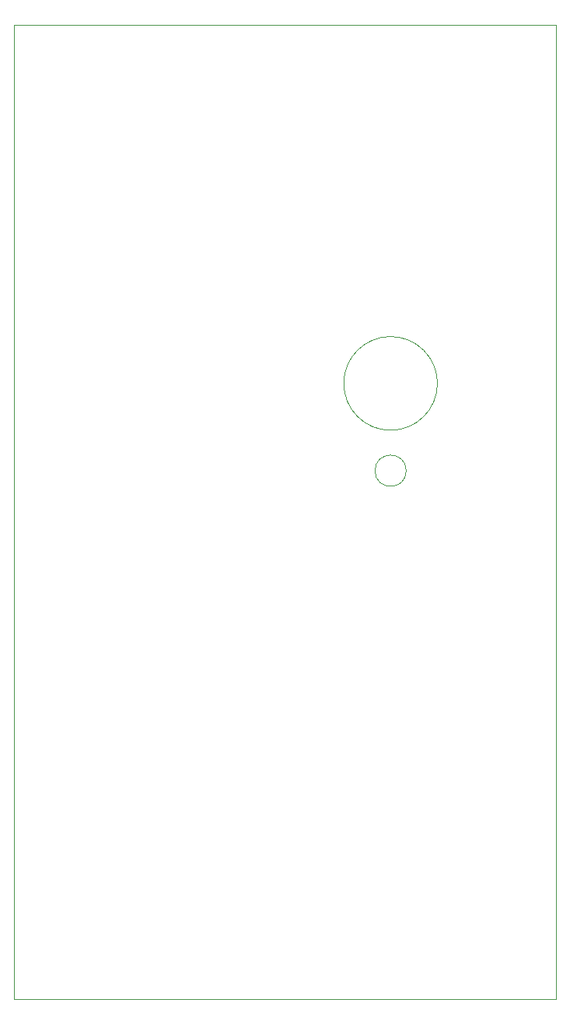
<source format=gm1>
G04 #@! TF.GenerationSoftware,KiCad,Pcbnew,(5.0.0-rc2-dev)*
G04 #@! TF.CreationDate,2020-06-18T08:05:50+03:00*
G04 #@! TF.ProjectId,DIYVCO3C,44495956434F33432E6B696361645F70,rev?*
G04 #@! TF.SameCoordinates,PX1c9c380PY81b3200*
G04 #@! TF.FileFunction,Profile,NP*
%FSLAX46Y46*%
G04 Gerber Fmt 4.6, Leading zero omitted, Abs format (unit mm)*
G04 Created by KiCad (PCBNEW (5.0.0-rc2-dev)) date Thu Jun 18 08:05:50 2020*
%MOMM*%
%LPD*%
G01*
G04 APERTURE LIST*
%ADD10C,0.100000*%
%ADD11C,0.120000*%
G04 APERTURE END LIST*
D10*
X59000000Y106000000D02*
X59000000Y0D01*
X0Y0D02*
X0Y106000000D01*
X59000000Y0D02*
X0Y0D01*
X0Y106000000D02*
X59000000Y106000000D01*
D11*
X46100000Y67000000D02*
G75*
G03X46100000Y67000000I-5100000J0D01*
G01*
X42700000Y57500000D02*
G75*
G03X42700000Y57500000I-1700000J0D01*
G01*
M02*

</source>
